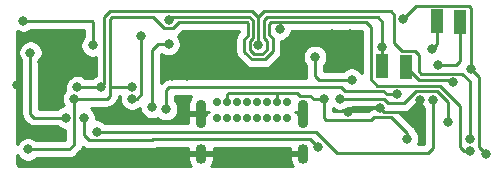
<source format=gbl>
G04 #@! TF.GenerationSoftware,KiCad,Pcbnew,(5.1.9-0-10_14)*
G04 #@! TF.CreationDate,2025-05-13T11:21:21-05:00*
G04 #@! TF.ProjectId,DTYF Beta,44545946-2042-4657-9461-2e6b69636164,rev?*
G04 #@! TF.SameCoordinates,Original*
G04 #@! TF.FileFunction,Copper,L2,Bot*
G04 #@! TF.FilePolarity,Positive*
%FSLAX46Y46*%
G04 Gerber Fmt 4.6, Leading zero omitted, Abs format (unit mm)*
G04 Created by KiCad (PCBNEW (5.1.9-0-10_14)) date 2025-05-13 11:21:21*
%MOMM*%
%LPD*%
G01*
G04 APERTURE LIST*
G04 #@! TA.AperFunction,SMDPad,CuDef*
%ADD10R,1.000000X2.000000*%
G04 #@! TD*
G04 #@! TA.AperFunction,ComponentPad*
%ADD11C,0.700000*%
G04 #@! TD*
G04 #@! TA.AperFunction,ComponentPad*
%ADD12O,0.900000X2.400000*%
G04 #@! TD*
G04 #@! TA.AperFunction,ComponentPad*
%ADD13O,0.900000X1.700000*%
G04 #@! TD*
G04 #@! TA.AperFunction,ViaPad*
%ADD14C,0.800000*%
G04 #@! TD*
G04 #@! TA.AperFunction,Conductor*
%ADD15C,0.250000*%
G04 #@! TD*
G04 #@! TA.AperFunction,Conductor*
%ADD16C,0.254000*%
G04 #@! TD*
G04 #@! TA.AperFunction,Conductor*
%ADD17C,0.100000*%
G04 #@! TD*
G04 APERTURE END LIST*
D10*
X153600000Y-95900000D03*
X151600000Y-95850000D03*
X158200000Y-92100000D03*
X156200000Y-92050000D03*
D11*
X137600000Y-98900000D03*
X138450000Y-98900000D03*
X139300000Y-98900000D03*
X140150000Y-98900000D03*
X141000000Y-98900000D03*
X141850000Y-98900000D03*
X142700000Y-98900000D03*
X143550000Y-98900000D03*
X138450000Y-100250000D03*
X140150000Y-100250000D03*
X139300000Y-100250000D03*
X137600000Y-100250000D03*
X141850000Y-100250000D03*
X142700000Y-100250000D03*
X143550000Y-100250000D03*
X141000000Y-100250000D03*
D12*
X136250000Y-99880000D03*
X144900000Y-99880000D03*
D13*
X136250000Y-103260000D03*
X144900000Y-103260000D03*
D14*
X130400000Y-98600003D03*
X131200000Y-93300000D03*
X157125000Y-100600000D03*
X148000000Y-98600000D03*
X120642000Y-97417000D03*
X123800000Y-95500000D03*
X141000000Y-96600000D03*
X154800000Y-98700000D03*
X154812653Y-100587347D03*
X151400000Y-99406239D03*
X148700000Y-99700000D03*
X134500000Y-98900000D03*
X147300000Y-93100000D03*
X148900000Y-93100000D03*
X127500000Y-99700000D03*
X133800000Y-96700000D03*
X138800000Y-95000000D03*
X135100000Y-95500000D03*
X135100000Y-96700000D03*
X122800000Y-95500000D03*
X160400000Y-103300000D03*
X159100000Y-96100000D03*
X153325000Y-91824230D03*
X153700000Y-102000000D03*
X146627027Y-98672973D03*
X133500000Y-91925000D03*
X145900000Y-95075000D03*
X149000000Y-97000000D03*
X151600000Y-94200000D03*
X121800000Y-94700000D03*
X124775000Y-100200000D03*
X146147096Y-102666130D03*
X126300000Y-100200000D03*
X121200000Y-92000000D03*
X127075000Y-94100000D03*
X156300000Y-95749999D03*
X152800000Y-98225000D03*
X133300000Y-99500000D03*
X155800000Y-94400000D03*
X157600000Y-97200000D03*
X127400000Y-101400000D03*
X155900000Y-98700000D03*
X159048700Y-103000000D03*
X130400000Y-97600000D03*
X121600000Y-102900000D03*
X125500000Y-98598000D03*
X142900000Y-92700000D03*
X127800000Y-97600000D03*
X159048700Y-102000000D03*
X125778086Y-97621914D03*
X141100000Y-94100000D03*
X133500000Y-94000000D03*
X132100000Y-99300000D03*
D15*
X156248001Y-97974999D02*
X157125000Y-98851998D01*
X148000000Y-98600000D02*
X151700000Y-98600000D01*
X153426998Y-99000000D02*
X154451999Y-97974999D01*
X157125000Y-98851998D02*
X157125000Y-100600000D01*
X152100000Y-99000000D02*
X153426998Y-99000000D01*
X151700000Y-98600000D02*
X152100000Y-99000000D01*
X154451999Y-97974999D02*
X156248001Y-97974999D01*
X131200000Y-98200000D02*
X131200000Y-93300000D01*
X130799997Y-98600003D02*
X131200000Y-98200000D01*
X130400000Y-98600003D02*
X130799997Y-98600003D01*
X154800000Y-100574694D02*
X154812653Y-100587347D01*
X154800000Y-98700000D02*
X154800000Y-100574694D01*
X151713668Y-99719907D02*
X151400000Y-99406239D01*
X153945213Y-99719907D02*
X151713668Y-99719907D01*
X154812653Y-100587347D02*
X153945213Y-99719907D01*
X148700000Y-99700000D02*
X149100000Y-99300000D01*
X151293761Y-99300000D02*
X151400000Y-99406239D01*
X149100000Y-99300000D02*
X151293761Y-99300000D01*
X159800000Y-102700000D02*
X160400000Y-103300000D01*
X159773701Y-96773701D02*
X159773701Y-102673701D01*
X159773701Y-102673701D02*
X159800000Y-102700000D01*
X159100000Y-96100000D02*
X159773701Y-96773701D01*
X158910001Y-90724999D02*
X159100000Y-90914998D01*
X154424231Y-90724999D02*
X158910001Y-90724999D01*
X159100000Y-90914998D02*
X159100000Y-96100000D01*
X153325000Y-91824230D02*
X154424231Y-90724999D01*
X138450000Y-98250000D02*
X138600000Y-98100000D01*
X138450000Y-98900000D02*
X138450000Y-98250000D01*
X142700000Y-98900000D02*
X142700000Y-98100000D01*
X138600000Y-98100000D02*
X142700000Y-98100000D01*
X145772973Y-98672973D02*
X146627027Y-98672973D01*
X145454990Y-98354990D02*
X145772973Y-98672973D01*
X144654990Y-98354990D02*
X145454990Y-98354990D01*
X144400000Y-98100000D02*
X144654990Y-98354990D01*
X142700000Y-98100000D02*
X144400000Y-98100000D01*
X150930083Y-100169917D02*
X152369917Y-100169917D01*
X153700000Y-101500000D02*
X153700000Y-102000000D01*
X146627027Y-100227027D02*
X146825001Y-100425001D01*
X146825001Y-100425001D02*
X150674999Y-100425001D01*
X150674999Y-100425001D02*
X150930083Y-100169917D01*
X152369917Y-100169917D02*
X153700000Y-101500000D01*
X146627027Y-98672973D02*
X146627027Y-100227027D01*
X151600000Y-92100000D02*
X151600000Y-94000000D01*
X151200000Y-91700000D02*
X151600000Y-92100000D01*
X141800000Y-91700000D02*
X151200000Y-91700000D01*
X141550010Y-91949990D02*
X141800000Y-91700000D01*
X141550010Y-93477008D02*
X141550010Y-91949990D01*
X141448001Y-94825001D02*
X141825001Y-94448001D01*
X141825001Y-94448001D02*
X141825001Y-93751999D01*
X140751999Y-94825001D02*
X141448001Y-94825001D01*
X141825001Y-93751999D02*
X141550010Y-93477008D01*
X140649990Y-93477008D02*
X140374999Y-93751999D01*
X140649990Y-91949990D02*
X140649990Y-93477008D01*
X140350009Y-91650009D02*
X140649990Y-91949990D01*
X133649991Y-91650009D02*
X140350009Y-91650009D01*
X133500000Y-91800000D02*
X133649991Y-91650009D01*
X133500000Y-91925000D02*
X133500000Y-91800000D01*
X140374999Y-94448001D02*
X140463499Y-94536501D01*
X140374999Y-93751999D02*
X140374999Y-94448001D01*
X140463499Y-94536501D02*
X140751999Y-94825001D01*
X149000000Y-97000000D02*
X146200000Y-97000000D01*
X145900000Y-96700000D02*
X145900000Y-95075000D01*
X146200000Y-97000000D02*
X145900000Y-96700000D01*
X151600000Y-94000000D02*
X151600000Y-94200000D01*
X151600000Y-94200000D02*
X151600000Y-95850000D01*
X121800000Y-94700000D02*
X121800000Y-97000000D01*
X121800000Y-97000000D02*
X121800000Y-99700000D01*
X121800000Y-99700000D02*
X121800000Y-99800000D01*
X121800000Y-99700000D02*
X121800000Y-99900000D01*
X122100000Y-100200000D02*
X124775000Y-100200000D01*
X121800000Y-99900000D02*
X122100000Y-100200000D01*
X146147096Y-102666130D02*
X145480966Y-102000000D01*
X132074999Y-102125001D02*
X126725001Y-102125001D01*
X132200000Y-102000000D02*
X132074999Y-102125001D01*
X145480966Y-102000000D02*
X132200000Y-102000000D01*
X126300000Y-101700000D02*
X126300000Y-100200000D01*
X126725001Y-102125001D02*
X126300000Y-101700000D01*
X127000000Y-92000000D02*
X126900000Y-92000000D01*
X126900000Y-92000000D02*
X121200000Y-92000000D01*
X127075000Y-94100000D02*
X127075000Y-92075000D01*
X127075000Y-92075000D02*
X127000000Y-92000000D01*
X156300000Y-95749999D02*
X157850001Y-95749999D01*
X158200000Y-95400000D02*
X158200000Y-92100000D01*
X157850001Y-95749999D02*
X158200000Y-95400000D01*
X151961410Y-98225000D02*
X152800000Y-98225000D01*
X151686420Y-97950010D02*
X151961410Y-98225000D01*
X148423012Y-97950010D02*
X151686420Y-97950010D01*
X148122992Y-97649990D02*
X148423012Y-97950010D01*
X133550010Y-97649990D02*
X148122992Y-97649990D01*
X133300000Y-97900000D02*
X133550010Y-97649990D01*
X133300000Y-99500000D02*
X133300000Y-97900000D01*
X155800000Y-94400000D02*
X156200000Y-94000000D01*
X156200000Y-94000000D02*
X156200000Y-92050000D01*
X157600000Y-97200000D02*
X157400000Y-97000000D01*
X154700000Y-97000000D02*
X153600000Y-95900000D01*
X157400000Y-97000000D02*
X154700000Y-97000000D01*
X127400000Y-101400000D02*
X127405010Y-101405010D01*
X127405010Y-101405010D02*
X145958978Y-101405010D01*
X145958978Y-101405010D02*
X147753968Y-103200000D01*
X155900000Y-102800000D02*
X155900000Y-98700000D01*
X155500000Y-103200000D02*
X155900000Y-102800000D01*
X147753968Y-103200000D02*
X155500000Y-103200000D01*
X128525001Y-97625001D02*
X130374999Y-97625001D01*
X130374999Y-97625001D02*
X130400000Y-97600000D01*
X128525001Y-98374999D02*
X128525001Y-97625001D01*
X128302000Y-98598000D02*
X128525001Y-98374999D01*
X125500000Y-98598000D02*
X128302000Y-98598000D01*
X125100000Y-102900000D02*
X125500000Y-102500000D01*
X125500000Y-102500000D02*
X125500000Y-98598000D01*
X121600000Y-102900000D02*
X125100000Y-102900000D01*
X158483015Y-103000000D02*
X159048700Y-103000000D01*
X156500000Y-97500000D02*
X158200000Y-99200000D01*
X151164998Y-97500000D02*
X156500000Y-97500000D01*
X150600000Y-92500000D02*
X150600000Y-96935002D01*
X142000020Y-92299980D02*
X142149990Y-92150010D01*
X158200000Y-99200000D02*
X158200000Y-102716985D01*
X142000020Y-93195294D02*
X142000020Y-92299980D01*
X141634402Y-95275010D02*
X142300000Y-94609412D01*
X150250010Y-92150010D02*
X150600000Y-92500000D01*
X140565599Y-95275011D02*
X141634402Y-95275010D01*
X132152008Y-91650010D02*
X133151999Y-92650001D01*
X139924989Y-93565599D02*
X139924990Y-94634402D01*
X158200000Y-102716985D02*
X158483015Y-103000000D01*
X142300000Y-93495274D02*
X142000020Y-93195294D01*
X140199980Y-92199980D02*
X140199980Y-93290608D01*
X128749990Y-91650010D02*
X132152008Y-91650010D01*
X140100019Y-92100019D02*
X140199980Y-92199980D01*
X150600000Y-96935002D02*
X151164998Y-97500000D01*
X133848001Y-92650001D02*
X134397983Y-92100019D01*
X140199980Y-93290608D02*
X139924989Y-93565599D01*
X134397983Y-92100019D02*
X140100019Y-92100019D01*
X133151999Y-92650001D02*
X133848001Y-92650001D01*
X128525001Y-91874999D02*
X128749990Y-91650010D01*
X142300000Y-94609412D02*
X142300000Y-93495274D01*
X139924990Y-94634402D02*
X140565599Y-95275011D01*
X128525001Y-97625001D02*
X128525001Y-91874999D01*
X142900000Y-92700000D02*
X142900000Y-92200000D01*
X142850010Y-92150010D02*
X150250010Y-92150010D01*
X142900000Y-92200000D02*
X142850010Y-92150010D01*
X142149990Y-92150010D02*
X142850010Y-92150010D01*
X127800000Y-97600000D02*
X127778086Y-97621914D01*
X127778086Y-97621914D02*
X125778086Y-97621914D01*
X128074991Y-91688599D02*
X128074991Y-97325009D01*
X128563589Y-91200001D02*
X128074991Y-91688599D01*
X128074991Y-97325009D02*
X127800000Y-97600000D01*
X140600000Y-91200000D02*
X128563589Y-91200001D01*
X141100000Y-91700000D02*
X140600000Y-91200000D01*
X141100000Y-91700000D02*
X141100000Y-94100000D01*
X152300000Y-91200000D02*
X141600000Y-91200000D01*
X152600000Y-91500000D02*
X152300000Y-91200000D01*
X152600000Y-93900000D02*
X152600000Y-91500000D01*
X154700000Y-94900000D02*
X154439999Y-94639999D01*
X154439999Y-94639999D02*
X154425001Y-94639999D01*
X154874999Y-96474999D02*
X154700000Y-96300000D01*
X159048700Y-102000000D02*
X159048700Y-97148700D01*
X141600000Y-91200000D02*
X141100000Y-91700000D01*
X159048700Y-97148700D02*
X158374999Y-96474999D01*
X153274999Y-94574999D02*
X152600000Y-93900000D01*
X154360001Y-94574999D02*
X153274999Y-94574999D01*
X154425001Y-94639999D02*
X154360001Y-94574999D01*
X158374999Y-96474999D02*
X154874999Y-96474999D01*
X154700000Y-94900000D02*
X154700000Y-96300000D01*
X133500000Y-94000000D02*
X132600000Y-94000000D01*
X132100000Y-94500000D02*
X132100000Y-99300000D01*
X132600000Y-94000000D02*
X132100000Y-94500000D01*
D16*
X126300725Y-102759975D02*
X126432754Y-102830547D01*
X126576015Y-102874004D01*
X126687668Y-102885001D01*
X126687677Y-102885001D01*
X126725000Y-102888677D01*
X126762323Y-102885001D01*
X132037677Y-102885001D01*
X132074999Y-102888677D01*
X132112321Y-102885001D01*
X132112332Y-102885001D01*
X132223985Y-102874004D01*
X132367246Y-102830547D01*
X132499228Y-102760000D01*
X135165000Y-102760000D01*
X135165000Y-103133000D01*
X136123000Y-103133000D01*
X136123000Y-103113000D01*
X136377000Y-103113000D01*
X136377000Y-103133000D01*
X137335000Y-103133000D01*
X137335000Y-102760000D01*
X143815000Y-102760000D01*
X143815000Y-103133000D01*
X144773000Y-103133000D01*
X144773000Y-103113000D01*
X145027000Y-103113000D01*
X145027000Y-103133000D01*
X145047000Y-103133000D01*
X145047000Y-103387000D01*
X145027000Y-103387000D01*
X145027000Y-103407000D01*
X144773000Y-103407000D01*
X144773000Y-103387000D01*
X143815000Y-103387000D01*
X143815000Y-103787000D01*
X143860624Y-103996233D01*
X143946191Y-104192545D01*
X144048680Y-104340000D01*
X137101320Y-104340000D01*
X137203809Y-104192545D01*
X137289376Y-103996233D01*
X137335000Y-103787000D01*
X137335000Y-103387000D01*
X136377000Y-103387000D01*
X136377000Y-103407000D01*
X136123000Y-103407000D01*
X136123000Y-103387000D01*
X135165000Y-103387000D01*
X135165000Y-103787000D01*
X135210624Y-103996233D01*
X135296191Y-104192545D01*
X135398680Y-104340000D01*
X121032279Y-104340000D01*
X120934576Y-104330420D01*
X120871643Y-104311420D01*
X120813594Y-104280554D01*
X120762657Y-104239011D01*
X120720752Y-104188356D01*
X120689485Y-104130529D01*
X120670044Y-104067728D01*
X120660000Y-103972165D01*
X120660000Y-103335224D01*
X120682795Y-103390256D01*
X120796063Y-103559774D01*
X120940226Y-103703937D01*
X121109744Y-103817205D01*
X121298102Y-103895226D01*
X121498061Y-103935000D01*
X121701939Y-103935000D01*
X121901898Y-103895226D01*
X122090256Y-103817205D01*
X122259774Y-103703937D01*
X122303711Y-103660000D01*
X125062678Y-103660000D01*
X125100000Y-103663676D01*
X125137322Y-103660000D01*
X125137333Y-103660000D01*
X125248986Y-103649003D01*
X125392247Y-103605546D01*
X125524276Y-103534974D01*
X125640001Y-103440001D01*
X125663803Y-103410998D01*
X126011003Y-103063799D01*
X126040001Y-103040001D01*
X126134974Y-102924276D01*
X126205546Y-102792247D01*
X126232356Y-102703866D01*
X126300725Y-102759975D01*
G04 #@! TA.AperFunction,Conductor*
D17*
G36*
X126300725Y-102759975D02*
G01*
X126432754Y-102830547D01*
X126576015Y-102874004D01*
X126687668Y-102885001D01*
X126687677Y-102885001D01*
X126725000Y-102888677D01*
X126762323Y-102885001D01*
X132037677Y-102885001D01*
X132074999Y-102888677D01*
X132112321Y-102885001D01*
X132112332Y-102885001D01*
X132223985Y-102874004D01*
X132367246Y-102830547D01*
X132499228Y-102760000D01*
X135165000Y-102760000D01*
X135165000Y-103133000D01*
X136123000Y-103133000D01*
X136123000Y-103113000D01*
X136377000Y-103113000D01*
X136377000Y-103133000D01*
X137335000Y-103133000D01*
X137335000Y-102760000D01*
X143815000Y-102760000D01*
X143815000Y-103133000D01*
X144773000Y-103133000D01*
X144773000Y-103113000D01*
X145027000Y-103113000D01*
X145027000Y-103133000D01*
X145047000Y-103133000D01*
X145047000Y-103387000D01*
X145027000Y-103387000D01*
X145027000Y-103407000D01*
X144773000Y-103407000D01*
X144773000Y-103387000D01*
X143815000Y-103387000D01*
X143815000Y-103787000D01*
X143860624Y-103996233D01*
X143946191Y-104192545D01*
X144048680Y-104340000D01*
X137101320Y-104340000D01*
X137203809Y-104192545D01*
X137289376Y-103996233D01*
X137335000Y-103787000D01*
X137335000Y-103387000D01*
X136377000Y-103387000D01*
X136377000Y-103407000D01*
X136123000Y-103407000D01*
X136123000Y-103387000D01*
X135165000Y-103387000D01*
X135165000Y-103787000D01*
X135210624Y-103996233D01*
X135296191Y-104192545D01*
X135398680Y-104340000D01*
X121032279Y-104340000D01*
X120934576Y-104330420D01*
X120871643Y-104311420D01*
X120813594Y-104280554D01*
X120762657Y-104239011D01*
X120720752Y-104188356D01*
X120689485Y-104130529D01*
X120670044Y-104067728D01*
X120660000Y-103972165D01*
X120660000Y-103335224D01*
X120682795Y-103390256D01*
X120796063Y-103559774D01*
X120940226Y-103703937D01*
X121109744Y-103817205D01*
X121298102Y-103895226D01*
X121498061Y-103935000D01*
X121701939Y-103935000D01*
X121901898Y-103895226D01*
X122090256Y-103817205D01*
X122259774Y-103703937D01*
X122303711Y-103660000D01*
X125062678Y-103660000D01*
X125100000Y-103663676D01*
X125137322Y-103660000D01*
X125137333Y-103660000D01*
X125248986Y-103649003D01*
X125392247Y-103605546D01*
X125524276Y-103534974D01*
X125640001Y-103440001D01*
X125663803Y-103410998D01*
X126011003Y-103063799D01*
X126040001Y-103040001D01*
X126134974Y-102924276D01*
X126205546Y-102792247D01*
X126232356Y-102703866D01*
X126300725Y-102759975D01*
G37*
G04 #@! TD.AperFunction*
D16*
X126315000Y-93396289D02*
X126271063Y-93440226D01*
X126157795Y-93609744D01*
X126079774Y-93798102D01*
X126040000Y-93998061D01*
X126040000Y-94201939D01*
X126079774Y-94401898D01*
X126157795Y-94590256D01*
X126271063Y-94759774D01*
X126415226Y-94903937D01*
X126584744Y-95017205D01*
X126773102Y-95095226D01*
X126973061Y-95135000D01*
X127176939Y-95135000D01*
X127314992Y-95107540D01*
X127314992Y-96680621D01*
X127309744Y-96682795D01*
X127140226Y-96796063D01*
X127074375Y-96861914D01*
X126481797Y-96861914D01*
X126437860Y-96817977D01*
X126268342Y-96704709D01*
X126079984Y-96626688D01*
X125880025Y-96586914D01*
X125676147Y-96586914D01*
X125476188Y-96626688D01*
X125287830Y-96704709D01*
X125118312Y-96817977D01*
X124974149Y-96962140D01*
X124860881Y-97131658D01*
X124782860Y-97320016D01*
X124743086Y-97519975D01*
X124743086Y-97723853D01*
X124770851Y-97863438D01*
X124696063Y-97938226D01*
X124582795Y-98107744D01*
X124504774Y-98296102D01*
X124465000Y-98496061D01*
X124465000Y-98699939D01*
X124504774Y-98899898D01*
X124582795Y-99088256D01*
X124638647Y-99171845D01*
X124473102Y-99204774D01*
X124284744Y-99282795D01*
X124115226Y-99396063D01*
X124071289Y-99440000D01*
X122560000Y-99440000D01*
X122560000Y-95403711D01*
X122603937Y-95359774D01*
X122717205Y-95190256D01*
X122795226Y-95001898D01*
X122835000Y-94801939D01*
X122835000Y-94598061D01*
X122795226Y-94398102D01*
X122717205Y-94209744D01*
X122603937Y-94040226D01*
X122459774Y-93896063D01*
X122290256Y-93782795D01*
X122101898Y-93704774D01*
X121901939Y-93665000D01*
X121698061Y-93665000D01*
X121498102Y-93704774D01*
X121309744Y-93782795D01*
X121140226Y-93896063D01*
X120996063Y-94040226D01*
X120882795Y-94209744D01*
X120804774Y-94398102D01*
X120765000Y-94598061D01*
X120765000Y-94801939D01*
X120804774Y-95001898D01*
X120882795Y-95190256D01*
X120996063Y-95359774D01*
X121040000Y-95403711D01*
X121040001Y-96962658D01*
X121040000Y-96962668D01*
X121040001Y-99662658D01*
X121040000Y-99662668D01*
X121040000Y-99862678D01*
X121036324Y-99900000D01*
X121040000Y-99937322D01*
X121040000Y-99937333D01*
X121050997Y-100048986D01*
X121094454Y-100192247D01*
X121165026Y-100324276D01*
X121259999Y-100440001D01*
X121289002Y-100463803D01*
X121536196Y-100710997D01*
X121559999Y-100740001D01*
X121675724Y-100834974D01*
X121807753Y-100905546D01*
X121951014Y-100949003D01*
X122062667Y-100960000D01*
X122062676Y-100960000D01*
X122099999Y-100963676D01*
X122137322Y-100960000D01*
X124071289Y-100960000D01*
X124115226Y-101003937D01*
X124284744Y-101117205D01*
X124473102Y-101195226D01*
X124673061Y-101235000D01*
X124740000Y-101235000D01*
X124740000Y-102140000D01*
X122303711Y-102140000D01*
X122259774Y-102096063D01*
X122090256Y-101982795D01*
X121901898Y-101904774D01*
X121701939Y-101865000D01*
X121498061Y-101865000D01*
X121298102Y-101904774D01*
X121109744Y-101982795D01*
X120940226Y-102096063D01*
X120796063Y-102240226D01*
X120682795Y-102409744D01*
X120660000Y-102464776D01*
X120660000Y-92883967D01*
X120709744Y-92917205D01*
X120898102Y-92995226D01*
X121098061Y-93035000D01*
X121301939Y-93035000D01*
X121501898Y-92995226D01*
X121690256Y-92917205D01*
X121859774Y-92803937D01*
X121903711Y-92760000D01*
X126315001Y-92760000D01*
X126315000Y-93396289D01*
G04 #@! TA.AperFunction,Conductor*
D17*
G36*
X126315000Y-93396289D02*
G01*
X126271063Y-93440226D01*
X126157795Y-93609744D01*
X126079774Y-93798102D01*
X126040000Y-93998061D01*
X126040000Y-94201939D01*
X126079774Y-94401898D01*
X126157795Y-94590256D01*
X126271063Y-94759774D01*
X126415226Y-94903937D01*
X126584744Y-95017205D01*
X126773102Y-95095226D01*
X126973061Y-95135000D01*
X127176939Y-95135000D01*
X127314992Y-95107540D01*
X127314992Y-96680621D01*
X127309744Y-96682795D01*
X127140226Y-96796063D01*
X127074375Y-96861914D01*
X126481797Y-96861914D01*
X126437860Y-96817977D01*
X126268342Y-96704709D01*
X126079984Y-96626688D01*
X125880025Y-96586914D01*
X125676147Y-96586914D01*
X125476188Y-96626688D01*
X125287830Y-96704709D01*
X125118312Y-96817977D01*
X124974149Y-96962140D01*
X124860881Y-97131658D01*
X124782860Y-97320016D01*
X124743086Y-97519975D01*
X124743086Y-97723853D01*
X124770851Y-97863438D01*
X124696063Y-97938226D01*
X124582795Y-98107744D01*
X124504774Y-98296102D01*
X124465000Y-98496061D01*
X124465000Y-98699939D01*
X124504774Y-98899898D01*
X124582795Y-99088256D01*
X124638647Y-99171845D01*
X124473102Y-99204774D01*
X124284744Y-99282795D01*
X124115226Y-99396063D01*
X124071289Y-99440000D01*
X122560000Y-99440000D01*
X122560000Y-95403711D01*
X122603937Y-95359774D01*
X122717205Y-95190256D01*
X122795226Y-95001898D01*
X122835000Y-94801939D01*
X122835000Y-94598061D01*
X122795226Y-94398102D01*
X122717205Y-94209744D01*
X122603937Y-94040226D01*
X122459774Y-93896063D01*
X122290256Y-93782795D01*
X122101898Y-93704774D01*
X121901939Y-93665000D01*
X121698061Y-93665000D01*
X121498102Y-93704774D01*
X121309744Y-93782795D01*
X121140226Y-93896063D01*
X120996063Y-94040226D01*
X120882795Y-94209744D01*
X120804774Y-94398102D01*
X120765000Y-94598061D01*
X120765000Y-94801939D01*
X120804774Y-95001898D01*
X120882795Y-95190256D01*
X120996063Y-95359774D01*
X121040000Y-95403711D01*
X121040001Y-96962658D01*
X121040000Y-96962668D01*
X121040001Y-99662658D01*
X121040000Y-99662668D01*
X121040000Y-99862678D01*
X121036324Y-99900000D01*
X121040000Y-99937322D01*
X121040000Y-99937333D01*
X121050997Y-100048986D01*
X121094454Y-100192247D01*
X121165026Y-100324276D01*
X121259999Y-100440001D01*
X121289002Y-100463803D01*
X121536196Y-100710997D01*
X121559999Y-100740001D01*
X121675724Y-100834974D01*
X121807753Y-100905546D01*
X121951014Y-100949003D01*
X122062667Y-100960000D01*
X122062676Y-100960000D01*
X122099999Y-100963676D01*
X122137322Y-100960000D01*
X124071289Y-100960000D01*
X124115226Y-101003937D01*
X124284744Y-101117205D01*
X124473102Y-101195226D01*
X124673061Y-101235000D01*
X124740000Y-101235000D01*
X124740000Y-102140000D01*
X122303711Y-102140000D01*
X122259774Y-102096063D01*
X122090256Y-101982795D01*
X121901898Y-101904774D01*
X121701939Y-101865000D01*
X121498061Y-101865000D01*
X121298102Y-101904774D01*
X121109744Y-101982795D01*
X120940226Y-102096063D01*
X120796063Y-102240226D01*
X120682795Y-102409744D01*
X120660000Y-102464776D01*
X120660000Y-92883967D01*
X120709744Y-92917205D01*
X120898102Y-92995226D01*
X121098061Y-93035000D01*
X121301939Y-93035000D01*
X121501898Y-92995226D01*
X121690256Y-92917205D01*
X121859774Y-92803937D01*
X121903711Y-92760000D01*
X126315001Y-92760000D01*
X126315000Y-93396289D01*
G37*
G04 #@! TD.AperFunction*
D16*
X154865000Y-98801939D02*
X154904774Y-99001898D01*
X154982795Y-99190256D01*
X155096063Y-99359774D01*
X155140001Y-99403712D01*
X155140000Y-102440000D01*
X154638022Y-102440000D01*
X154695226Y-102301898D01*
X154735000Y-102101939D01*
X154735000Y-101898061D01*
X154695226Y-101698102D01*
X154617205Y-101509744D01*
X154503937Y-101340226D01*
X154420386Y-101256675D01*
X154405546Y-101207753D01*
X154334974Y-101075724D01*
X154292752Y-101024276D01*
X154263799Y-100988996D01*
X154263795Y-100988992D01*
X154240001Y-100959999D01*
X154211009Y-100936206D01*
X153034801Y-99760000D01*
X153389676Y-99760000D01*
X153426998Y-99763676D01*
X153464320Y-99760000D01*
X153464331Y-99760000D01*
X153575984Y-99749003D01*
X153719245Y-99705546D01*
X153851274Y-99634974D01*
X153966999Y-99540001D01*
X153990802Y-99510998D01*
X154766801Y-98734999D01*
X154865000Y-98734999D01*
X154865000Y-98801939D01*
G04 #@! TA.AperFunction,Conductor*
D17*
G36*
X154865000Y-98801939D02*
G01*
X154904774Y-99001898D01*
X154982795Y-99190256D01*
X155096063Y-99359774D01*
X155140001Y-99403712D01*
X155140000Y-102440000D01*
X154638022Y-102440000D01*
X154695226Y-102301898D01*
X154735000Y-102101939D01*
X154735000Y-101898061D01*
X154695226Y-101698102D01*
X154617205Y-101509744D01*
X154503937Y-101340226D01*
X154420386Y-101256675D01*
X154405546Y-101207753D01*
X154334974Y-101075724D01*
X154292752Y-101024276D01*
X154263799Y-100988996D01*
X154263795Y-100988992D01*
X154240001Y-100959999D01*
X154211009Y-100936206D01*
X153034801Y-99760000D01*
X153389676Y-99760000D01*
X153426998Y-99763676D01*
X153464320Y-99760000D01*
X153464331Y-99760000D01*
X153575984Y-99749003D01*
X153719245Y-99705546D01*
X153851274Y-99634974D01*
X153966999Y-99540001D01*
X153990802Y-99510998D01*
X154766801Y-98734999D01*
X154865000Y-98734999D01*
X154865000Y-98801939D01*
G37*
G04 #@! TD.AperFunction*
D16*
X129365000Y-98498064D02*
X129365000Y-98701942D01*
X129404774Y-98901901D01*
X129482795Y-99090259D01*
X129596063Y-99259777D01*
X129740226Y-99403940D01*
X129909744Y-99517208D01*
X130098102Y-99595229D01*
X130298061Y-99635003D01*
X130501939Y-99635003D01*
X130701898Y-99595229D01*
X130890256Y-99517208D01*
X131059774Y-99403940D01*
X131065000Y-99398714D01*
X131065000Y-99401939D01*
X131104774Y-99601898D01*
X131182795Y-99790256D01*
X131296063Y-99959774D01*
X131440226Y-100103937D01*
X131609744Y-100217205D01*
X131798102Y-100295226D01*
X131998061Y-100335000D01*
X132201939Y-100335000D01*
X132401898Y-100295226D01*
X132564261Y-100227972D01*
X132640226Y-100303937D01*
X132809744Y-100417205D01*
X132998102Y-100495226D01*
X133198061Y-100535000D01*
X133401939Y-100535000D01*
X133601898Y-100495226D01*
X133790256Y-100417205D01*
X133959774Y-100303937D01*
X134103937Y-100159774D01*
X134217205Y-99990256D01*
X134295226Y-99801898D01*
X134335000Y-99601939D01*
X134335000Y-99398061D01*
X134295226Y-99198102D01*
X134217205Y-99009744D01*
X134103937Y-98840226D01*
X134060000Y-98796289D01*
X134060000Y-98409990D01*
X135430466Y-98409990D01*
X135418413Y-98421609D01*
X135296191Y-98597455D01*
X135210624Y-98793767D01*
X135165000Y-99003000D01*
X135165000Y-99753000D01*
X136123000Y-99753000D01*
X136123000Y-99733000D01*
X136377000Y-99733000D01*
X136377000Y-99753000D01*
X136923392Y-99753000D01*
X136929480Y-99759088D01*
X136731233Y-99775784D01*
X136655411Y-99954384D01*
X136644464Y-100007000D01*
X136377000Y-100007000D01*
X136377000Y-100027000D01*
X136123000Y-100027000D01*
X136123000Y-100007000D01*
X135165000Y-100007000D01*
X135165000Y-100645010D01*
X128108721Y-100645010D01*
X128059774Y-100596063D01*
X127890256Y-100482795D01*
X127701898Y-100404774D01*
X127501939Y-100365000D01*
X127322456Y-100365000D01*
X127335000Y-100301939D01*
X127335000Y-100098061D01*
X127295226Y-99898102D01*
X127217205Y-99709744D01*
X127103937Y-99540226D01*
X126959774Y-99396063D01*
X126902809Y-99358000D01*
X128264678Y-99358000D01*
X128302000Y-99361676D01*
X128339322Y-99358000D01*
X128339333Y-99358000D01*
X128450986Y-99347003D01*
X128594247Y-99303546D01*
X128726276Y-99232974D01*
X128842001Y-99138001D01*
X128865804Y-99108997D01*
X129035999Y-98938802D01*
X129065002Y-98915000D01*
X129159975Y-98799275D01*
X129230547Y-98667246D01*
X129274004Y-98523985D01*
X129285001Y-98412332D01*
X129285001Y-98412323D01*
X129287692Y-98385001D01*
X129387489Y-98385001D01*
X129365000Y-98498064D01*
G04 #@! TA.AperFunction,Conductor*
D17*
G36*
X129365000Y-98498064D02*
G01*
X129365000Y-98701942D01*
X129404774Y-98901901D01*
X129482795Y-99090259D01*
X129596063Y-99259777D01*
X129740226Y-99403940D01*
X129909744Y-99517208D01*
X130098102Y-99595229D01*
X130298061Y-99635003D01*
X130501939Y-99635003D01*
X130701898Y-99595229D01*
X130890256Y-99517208D01*
X131059774Y-99403940D01*
X131065000Y-99398714D01*
X131065000Y-99401939D01*
X131104774Y-99601898D01*
X131182795Y-99790256D01*
X131296063Y-99959774D01*
X131440226Y-100103937D01*
X131609744Y-100217205D01*
X131798102Y-100295226D01*
X131998061Y-100335000D01*
X132201939Y-100335000D01*
X132401898Y-100295226D01*
X132564261Y-100227972D01*
X132640226Y-100303937D01*
X132809744Y-100417205D01*
X132998102Y-100495226D01*
X133198061Y-100535000D01*
X133401939Y-100535000D01*
X133601898Y-100495226D01*
X133790256Y-100417205D01*
X133959774Y-100303937D01*
X134103937Y-100159774D01*
X134217205Y-99990256D01*
X134295226Y-99801898D01*
X134335000Y-99601939D01*
X134335000Y-99398061D01*
X134295226Y-99198102D01*
X134217205Y-99009744D01*
X134103937Y-98840226D01*
X134060000Y-98796289D01*
X134060000Y-98409990D01*
X135430466Y-98409990D01*
X135418413Y-98421609D01*
X135296191Y-98597455D01*
X135210624Y-98793767D01*
X135165000Y-99003000D01*
X135165000Y-99753000D01*
X136123000Y-99753000D01*
X136123000Y-99733000D01*
X136377000Y-99733000D01*
X136377000Y-99753000D01*
X136923392Y-99753000D01*
X136929480Y-99759088D01*
X136731233Y-99775784D01*
X136655411Y-99954384D01*
X136644464Y-100007000D01*
X136377000Y-100007000D01*
X136377000Y-100027000D01*
X136123000Y-100027000D01*
X136123000Y-100007000D01*
X135165000Y-100007000D01*
X135165000Y-100645010D01*
X128108721Y-100645010D01*
X128059774Y-100596063D01*
X127890256Y-100482795D01*
X127701898Y-100404774D01*
X127501939Y-100365000D01*
X127322456Y-100365000D01*
X127335000Y-100301939D01*
X127335000Y-100098061D01*
X127295226Y-99898102D01*
X127217205Y-99709744D01*
X127103937Y-99540226D01*
X126959774Y-99396063D01*
X126902809Y-99358000D01*
X128264678Y-99358000D01*
X128302000Y-99361676D01*
X128339322Y-99358000D01*
X128339333Y-99358000D01*
X128450986Y-99347003D01*
X128594247Y-99303546D01*
X128726276Y-99232974D01*
X128842001Y-99138001D01*
X128865804Y-99108997D01*
X129035999Y-98938802D01*
X129065002Y-98915000D01*
X129159975Y-98799275D01*
X129230547Y-98667246D01*
X129274004Y-98523985D01*
X129285001Y-98412332D01*
X129285001Y-98412323D01*
X129287692Y-98385001D01*
X129387489Y-98385001D01*
X129365000Y-98498064D01*
G37*
G04 #@! TD.AperFunction*
D16*
X145027000Y-99753000D02*
X145047000Y-99753000D01*
X145047000Y-100007000D01*
X145027000Y-100007000D01*
X145027000Y-100027000D01*
X144773000Y-100027000D01*
X144773000Y-100007000D01*
X144506463Y-100007000D01*
X144499632Y-99971011D01*
X144426957Y-99791107D01*
X144418767Y-99775784D01*
X144220520Y-99759088D01*
X144226608Y-99753000D01*
X144773000Y-99753000D01*
X144773000Y-99733000D01*
X145027000Y-99733000D01*
X145027000Y-99753000D01*
G04 #@! TA.AperFunction,Conductor*
D17*
G36*
X145027000Y-99753000D02*
G01*
X145047000Y-99753000D01*
X145047000Y-100007000D01*
X145027000Y-100007000D01*
X145027000Y-100027000D01*
X144773000Y-100027000D01*
X144773000Y-100007000D01*
X144506463Y-100007000D01*
X144499632Y-99971011D01*
X144426957Y-99791107D01*
X144418767Y-99775784D01*
X144220520Y-99759088D01*
X144226608Y-99753000D01*
X144773000Y-99753000D01*
X144773000Y-99733000D01*
X145027000Y-99733000D01*
X145027000Y-99753000D01*
G37*
G04 #@! TD.AperFunction*
D16*
X151435115Y-99409917D02*
X150967405Y-99409917D01*
X150930082Y-99406241D01*
X150892759Y-99409917D01*
X150892750Y-99409917D01*
X150781097Y-99420914D01*
X150637836Y-99464371D01*
X150505807Y-99534943D01*
X150390082Y-99629916D01*
X150366279Y-99658920D01*
X150360198Y-99665001D01*
X147387027Y-99665001D01*
X147387027Y-99435208D01*
X147509744Y-99517205D01*
X147698102Y-99595226D01*
X147898061Y-99635000D01*
X148101939Y-99635000D01*
X148301898Y-99595226D01*
X148490256Y-99517205D01*
X148659774Y-99403937D01*
X148703711Y-99360000D01*
X151385198Y-99360000D01*
X151435115Y-99409917D01*
G04 #@! TA.AperFunction,Conductor*
D17*
G36*
X151435115Y-99409917D02*
G01*
X150967405Y-99409917D01*
X150930082Y-99406241D01*
X150892759Y-99409917D01*
X150892750Y-99409917D01*
X150781097Y-99420914D01*
X150637836Y-99464371D01*
X150505807Y-99534943D01*
X150390082Y-99629916D01*
X150366279Y-99658920D01*
X150360198Y-99665001D01*
X147387027Y-99665001D01*
X147387027Y-99435208D01*
X147509744Y-99517205D01*
X147698102Y-99595226D01*
X147898061Y-99635000D01*
X148101939Y-99635000D01*
X148301898Y-99595226D01*
X148490256Y-99517205D01*
X148659774Y-99403937D01*
X148703711Y-99360000D01*
X151385198Y-99360000D01*
X151435115Y-99409917D01*
G37*
G04 #@! TD.AperFunction*
D16*
X139439981Y-92975806D02*
X139413986Y-93001801D01*
X139384988Y-93025599D01*
X139361190Y-93054597D01*
X139290015Y-93141323D01*
X139231393Y-93250997D01*
X139219443Y-93273353D01*
X139175986Y-93416614D01*
X139164989Y-93528267D01*
X139164989Y-93528277D01*
X139161313Y-93565599D01*
X139164989Y-93602923D01*
X139164991Y-94597071D01*
X139161314Y-94634402D01*
X139164991Y-94671734D01*
X139164991Y-94671735D01*
X139175988Y-94783388D01*
X139188391Y-94824276D01*
X139219444Y-94926648D01*
X139290016Y-95058678D01*
X139338083Y-95117247D01*
X139384990Y-95174403D01*
X139413988Y-95198201D01*
X140001805Y-95786019D01*
X140025599Y-95815012D01*
X140054592Y-95838806D01*
X140054596Y-95838810D01*
X140141322Y-95909985D01*
X140273352Y-95980557D01*
X140311752Y-95992205D01*
X140416614Y-96024014D01*
X140528267Y-96035011D01*
X140528276Y-96035011D01*
X140565599Y-96038687D01*
X140602923Y-96035011D01*
X141597071Y-96035009D01*
X141634402Y-96038686D01*
X141672090Y-96034974D01*
X141783388Y-96024012D01*
X141829501Y-96010024D01*
X141926648Y-95980556D01*
X142058678Y-95909984D01*
X142145404Y-95838809D01*
X142145405Y-95838808D01*
X142174403Y-95815010D01*
X142198201Y-95786012D01*
X142811004Y-95173210D01*
X142840001Y-95149413D01*
X142934974Y-95033688D01*
X143005546Y-94901659D01*
X143049003Y-94758398D01*
X143060000Y-94646745D01*
X143060000Y-94646737D01*
X143063676Y-94609412D01*
X143060000Y-94572087D01*
X143060000Y-93723451D01*
X143201898Y-93695226D01*
X143390256Y-93617205D01*
X143559774Y-93503937D01*
X143703937Y-93359774D01*
X143817205Y-93190256D01*
X143895226Y-93001898D01*
X143913504Y-92910010D01*
X149840000Y-92910010D01*
X149840001Y-96394200D01*
X149803937Y-96340226D01*
X149659774Y-96196063D01*
X149490256Y-96082795D01*
X149301898Y-96004774D01*
X149101939Y-95965000D01*
X148898061Y-95965000D01*
X148698102Y-96004774D01*
X148509744Y-96082795D01*
X148340226Y-96196063D01*
X148296289Y-96240000D01*
X146660000Y-96240000D01*
X146660000Y-95778711D01*
X146703937Y-95734774D01*
X146817205Y-95565256D01*
X146895226Y-95376898D01*
X146935000Y-95176939D01*
X146935000Y-94973061D01*
X146895226Y-94773102D01*
X146817205Y-94584744D01*
X146703937Y-94415226D01*
X146559774Y-94271063D01*
X146390256Y-94157795D01*
X146201898Y-94079774D01*
X146001939Y-94040000D01*
X145798061Y-94040000D01*
X145598102Y-94079774D01*
X145409744Y-94157795D01*
X145240226Y-94271063D01*
X145096063Y-94415226D01*
X144982795Y-94584744D01*
X144904774Y-94773102D01*
X144865000Y-94973061D01*
X144865000Y-95176939D01*
X144904774Y-95376898D01*
X144982795Y-95565256D01*
X145096063Y-95734774D01*
X145140001Y-95778712D01*
X145140000Y-96662677D01*
X145136324Y-96700000D01*
X145140000Y-96737322D01*
X145140000Y-96737332D01*
X145150997Y-96848985D01*
X145163436Y-96889990D01*
X133587343Y-96889990D01*
X133550010Y-96886313D01*
X133512677Y-96889990D01*
X133401024Y-96900987D01*
X133257763Y-96944444D01*
X133125734Y-97015016D01*
X133010009Y-97109989D01*
X132986206Y-97138993D01*
X132860000Y-97265199D01*
X132860000Y-94817150D01*
X133009744Y-94917205D01*
X133198102Y-94995226D01*
X133398061Y-95035000D01*
X133601939Y-95035000D01*
X133801898Y-94995226D01*
X133990256Y-94917205D01*
X134159774Y-94803937D01*
X134303937Y-94659774D01*
X134417205Y-94490256D01*
X134495226Y-94301898D01*
X134535000Y-94101939D01*
X134535000Y-93898061D01*
X134495226Y-93698102D01*
X134417205Y-93509744D01*
X134303937Y-93340226D01*
X134256903Y-93293192D01*
X134272277Y-93284975D01*
X134388002Y-93190002D01*
X134411804Y-93160999D01*
X134712785Y-92860019D01*
X139439981Y-92860019D01*
X139439981Y-92975806D01*
G04 #@! TA.AperFunction,Conductor*
D17*
G36*
X139439981Y-92975806D02*
G01*
X139413986Y-93001801D01*
X139384988Y-93025599D01*
X139361190Y-93054597D01*
X139290015Y-93141323D01*
X139231393Y-93250997D01*
X139219443Y-93273353D01*
X139175986Y-93416614D01*
X139164989Y-93528267D01*
X139164989Y-93528277D01*
X139161313Y-93565599D01*
X139164989Y-93602923D01*
X139164991Y-94597071D01*
X139161314Y-94634402D01*
X139164991Y-94671734D01*
X139164991Y-94671735D01*
X139175988Y-94783388D01*
X139188391Y-94824276D01*
X139219444Y-94926648D01*
X139290016Y-95058678D01*
X139338083Y-95117247D01*
X139384990Y-95174403D01*
X139413988Y-95198201D01*
X140001805Y-95786019D01*
X140025599Y-95815012D01*
X140054592Y-95838806D01*
X140054596Y-95838810D01*
X140141322Y-95909985D01*
X140273352Y-95980557D01*
X140311752Y-95992205D01*
X140416614Y-96024014D01*
X140528267Y-96035011D01*
X140528276Y-96035011D01*
X140565599Y-96038687D01*
X140602923Y-96035011D01*
X141597071Y-96035009D01*
X141634402Y-96038686D01*
X141672090Y-96034974D01*
X141783388Y-96024012D01*
X141829501Y-96010024D01*
X141926648Y-95980556D01*
X142058678Y-95909984D01*
X142145404Y-95838809D01*
X142145405Y-95838808D01*
X142174403Y-95815010D01*
X142198201Y-95786012D01*
X142811004Y-95173210D01*
X142840001Y-95149413D01*
X142934974Y-95033688D01*
X143005546Y-94901659D01*
X143049003Y-94758398D01*
X143060000Y-94646745D01*
X143060000Y-94646737D01*
X143063676Y-94609412D01*
X143060000Y-94572087D01*
X143060000Y-93723451D01*
X143201898Y-93695226D01*
X143390256Y-93617205D01*
X143559774Y-93503937D01*
X143703937Y-93359774D01*
X143817205Y-93190256D01*
X143895226Y-93001898D01*
X143913504Y-92910010D01*
X149840000Y-92910010D01*
X149840001Y-96394200D01*
X149803937Y-96340226D01*
X149659774Y-96196063D01*
X149490256Y-96082795D01*
X149301898Y-96004774D01*
X149101939Y-95965000D01*
X148898061Y-95965000D01*
X148698102Y-96004774D01*
X148509744Y-96082795D01*
X148340226Y-96196063D01*
X148296289Y-96240000D01*
X146660000Y-96240000D01*
X146660000Y-95778711D01*
X146703937Y-95734774D01*
X146817205Y-95565256D01*
X146895226Y-95376898D01*
X146935000Y-95176939D01*
X146935000Y-94973061D01*
X146895226Y-94773102D01*
X146817205Y-94584744D01*
X146703937Y-94415226D01*
X146559774Y-94271063D01*
X146390256Y-94157795D01*
X146201898Y-94079774D01*
X146001939Y-94040000D01*
X145798061Y-94040000D01*
X145598102Y-94079774D01*
X145409744Y-94157795D01*
X145240226Y-94271063D01*
X145096063Y-94415226D01*
X144982795Y-94584744D01*
X144904774Y-94773102D01*
X144865000Y-94973061D01*
X144865000Y-95176939D01*
X144904774Y-95376898D01*
X144982795Y-95565256D01*
X145096063Y-95734774D01*
X145140001Y-95778712D01*
X145140000Y-96662677D01*
X145136324Y-96700000D01*
X145140000Y-96737322D01*
X145140000Y-96737332D01*
X145150997Y-96848985D01*
X145163436Y-96889990D01*
X133587343Y-96889990D01*
X133550010Y-96886313D01*
X133512677Y-96889990D01*
X133401024Y-96900987D01*
X133257763Y-96944444D01*
X133125734Y-97015016D01*
X133010009Y-97109989D01*
X132986206Y-97138993D01*
X132860000Y-97265199D01*
X132860000Y-94817150D01*
X133009744Y-94917205D01*
X133198102Y-94995226D01*
X133398061Y-95035000D01*
X133601939Y-95035000D01*
X133801898Y-94995226D01*
X133990256Y-94917205D01*
X134159774Y-94803937D01*
X134303937Y-94659774D01*
X134417205Y-94490256D01*
X134495226Y-94301898D01*
X134535000Y-94101939D01*
X134535000Y-93898061D01*
X134495226Y-93698102D01*
X134417205Y-93509744D01*
X134303937Y-93340226D01*
X134256903Y-93293192D01*
X134272277Y-93284975D01*
X134388002Y-93190002D01*
X134411804Y-93160999D01*
X134712785Y-92860019D01*
X139439981Y-92860019D01*
X139439981Y-92975806D01*
G37*
G04 #@! TD.AperFunction*
M02*

</source>
